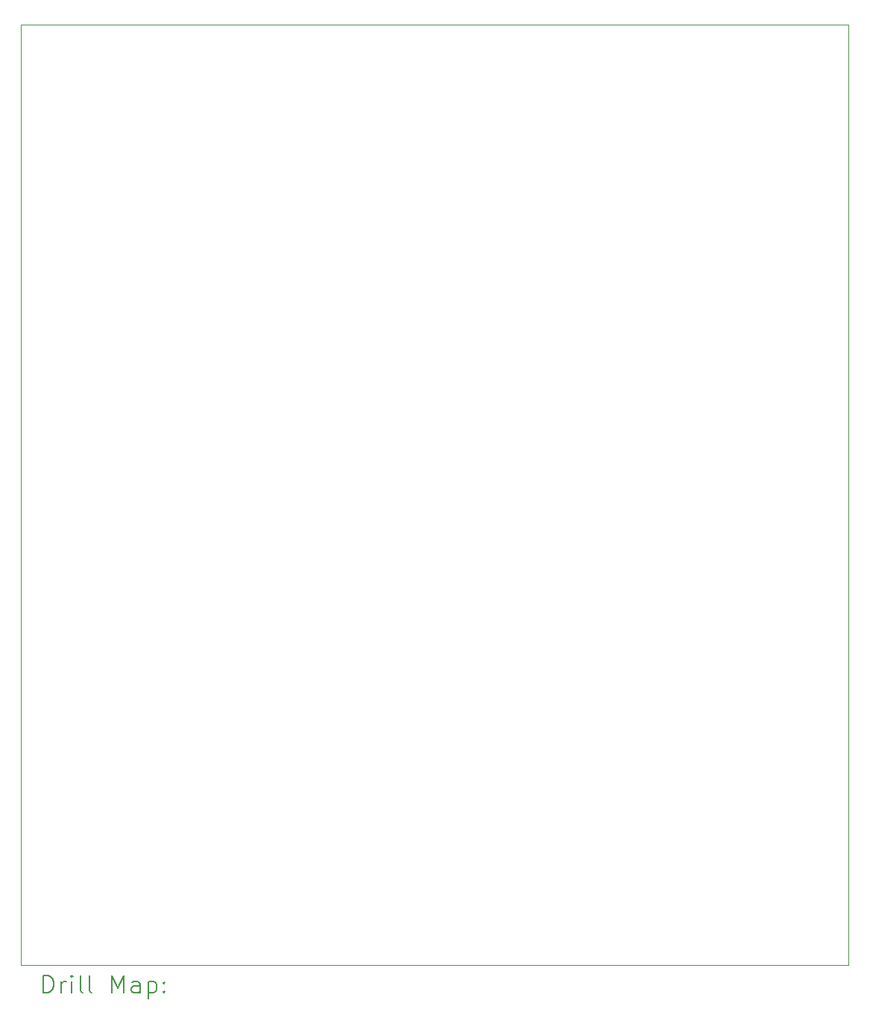
<source format=gbr>
%FSLAX45Y45*%
G04 Gerber Fmt 4.5, Leading zero omitted, Abs format (unit mm)*
G04 Created by KiCad (PCBNEW (6.0.2)) date 2025-01-10 17:32:06*
%MOMM*%
%LPD*%
G01*
G04 APERTURE LIST*
%TA.AperFunction,Profile*%
%ADD10C,0.100000*%
%TD*%
%ADD11C,0.200000*%
G04 APERTURE END LIST*
D10*
X7112000Y-5842000D02*
X7112000Y-16510000D01*
X16510000Y-16510000D02*
X16510000Y-5842000D01*
X16510000Y-16510000D02*
X7112000Y-16510000D01*
X16510000Y-5842000D02*
X7112000Y-5842000D01*
D11*
X7364619Y-16825476D02*
X7364619Y-16625476D01*
X7412238Y-16625476D01*
X7440809Y-16635000D01*
X7459857Y-16654048D01*
X7469381Y-16673095D01*
X7478905Y-16711190D01*
X7478905Y-16739762D01*
X7469381Y-16777857D01*
X7459857Y-16796905D01*
X7440809Y-16815952D01*
X7412238Y-16825476D01*
X7364619Y-16825476D01*
X7564619Y-16825476D02*
X7564619Y-16692143D01*
X7564619Y-16730238D02*
X7574143Y-16711190D01*
X7583667Y-16701667D01*
X7602714Y-16692143D01*
X7621762Y-16692143D01*
X7688428Y-16825476D02*
X7688428Y-16692143D01*
X7688428Y-16625476D02*
X7678905Y-16635000D01*
X7688428Y-16644524D01*
X7697952Y-16635000D01*
X7688428Y-16625476D01*
X7688428Y-16644524D01*
X7812238Y-16825476D02*
X7793190Y-16815952D01*
X7783667Y-16796905D01*
X7783667Y-16625476D01*
X7917000Y-16825476D02*
X7897952Y-16815952D01*
X7888428Y-16796905D01*
X7888428Y-16625476D01*
X8145571Y-16825476D02*
X8145571Y-16625476D01*
X8212238Y-16768333D01*
X8278905Y-16625476D01*
X8278905Y-16825476D01*
X8459857Y-16825476D02*
X8459857Y-16720714D01*
X8450333Y-16701667D01*
X8431286Y-16692143D01*
X8393190Y-16692143D01*
X8374143Y-16701667D01*
X8459857Y-16815952D02*
X8440810Y-16825476D01*
X8393190Y-16825476D01*
X8374143Y-16815952D01*
X8364619Y-16796905D01*
X8364619Y-16777857D01*
X8374143Y-16758809D01*
X8393190Y-16749286D01*
X8440810Y-16749286D01*
X8459857Y-16739762D01*
X8555095Y-16692143D02*
X8555095Y-16892143D01*
X8555095Y-16701667D02*
X8574143Y-16692143D01*
X8612238Y-16692143D01*
X8631286Y-16701667D01*
X8640810Y-16711190D01*
X8650333Y-16730238D01*
X8650333Y-16787381D01*
X8640810Y-16806429D01*
X8631286Y-16815952D01*
X8612238Y-16825476D01*
X8574143Y-16825476D01*
X8555095Y-16815952D01*
X8736048Y-16806429D02*
X8745571Y-16815952D01*
X8736048Y-16825476D01*
X8726524Y-16815952D01*
X8736048Y-16806429D01*
X8736048Y-16825476D01*
X8736048Y-16701667D02*
X8745571Y-16711190D01*
X8736048Y-16720714D01*
X8726524Y-16711190D01*
X8736048Y-16701667D01*
X8736048Y-16720714D01*
M02*

</source>
